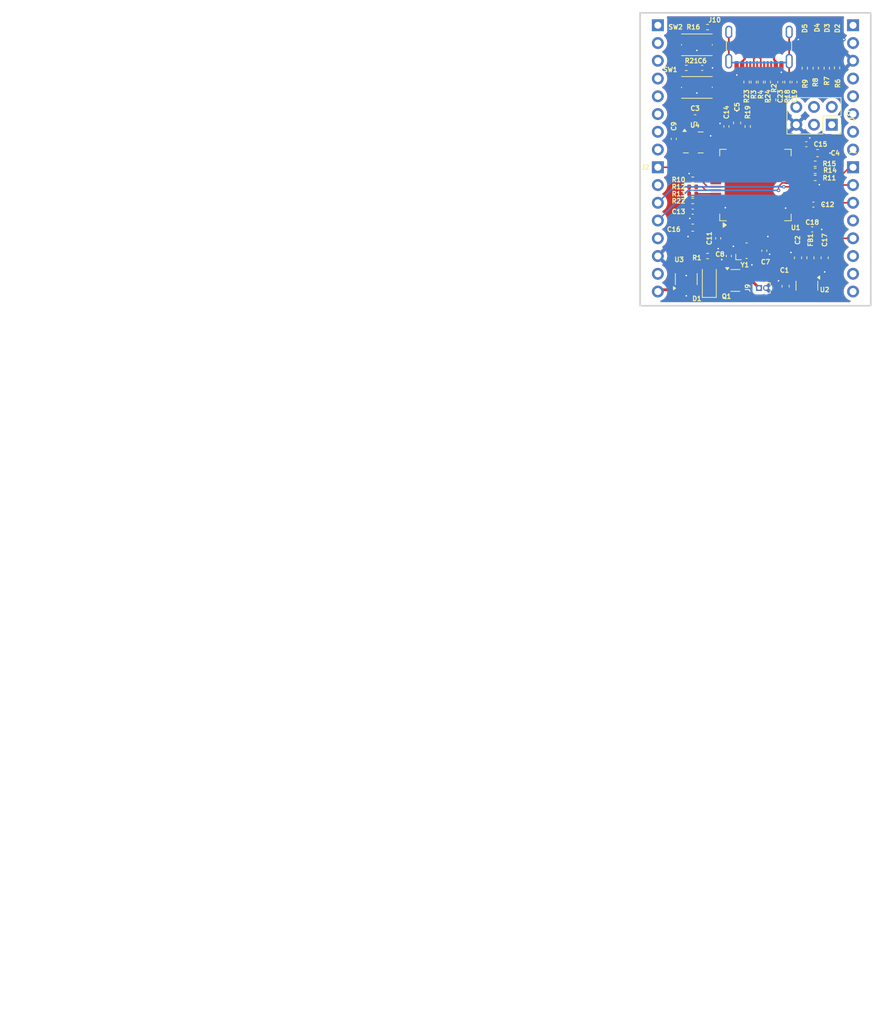
<source format=kicad_pcb>
(kicad_pcb (version 20241229) (generator "pcbnew") (generator_version "9.0")
  (layers (0 "F.Cu" signal) (2 "B.Cu" signal) (13 "F.Paste" user) (15 "B.Paste" user) (5 "F.SilkS" user "F.Silkscreen") (7 "B.SilkS" user "B.Silkscreen") (1 "F.Mask" user) (3 "B.Mask" user) (25 "Edge.Cuts" user))
  (net 0 "")
  (net 1 "/PB12-Y5")
  (net 2 "/PA9-VBUS")
  (net 3 "/PC13-X18")
  (net 4 "/PB14-Y7")
  (net 5 "Net-(U1-VCAP_1)")
  (net 6 "/PB1-Y12")
  (net 7 "/PB9-Y4")
  (net 8 "/PA7-X8")
  (net 9 "/PC3-X22")
  (net 10 "/PA0-X1")
  (net 11 "/PB3-SW-X17")
  (net 12 "/N1")
  (net 13 "/PB13-Y6")
  (net 14 "/PB5-MMA_AVDD")
  (net 15 "/PB7-SDA-X10")
  (net 16 "/PC11-SDIO_D3")
  (net 17 "/PC9-SDIO_D1")
  (net 18 "/PB11-Y10")
  (net 19 "Net-(U1-VCAP_2)")
  (net 20 "/PA1-X2")
  (net 21 "/PA4-X5")
  (net 22 "/PA3-X4")
  (net 23 "/N4")
  (net 24 "/PC4-X11")
  (net 25 "/PC6-Y1")
  (net 26 "/PB15-Y8")
  (net 27 "/PA8-SDIO_SW")
  (net 28 "/PA5-X6")
  (net 29 "/PA2-X3")
  (net 30 "/PA10-ID")
  (net 31 "/PC1-X20")
  (net 32 "/N3")
  (net 33 "/PB0-Y11")
  (net 34 "/VDDA")
  (net 35 "/PC8-SDIO_D0")
  (net 36 "/PC2-X21")
  (net 37 "/PB6-SCL-X9")
  (net 38 "/PA12-DP")
  (net 39 "/PC12-SDIO_CK")
  (net 40 "/PC5-X12")
  (net 41 "/PA6-X7")
  (net 42 "/PC0-X19")
  (net 43 "/RST-SW")
  (net 44 "/PB8-Y3")
  (net 45 "/PC10-SDIO_D2")
  (net 46 "/PA11-DM")
  (net 47 "/PC7-Y2")
  (net 48 "/PB10-Y9")
  (net 49 "GND")
  (net 50 "V+")
  (net 51 "+3V3")
  (net 52 "VBackup")
  (net 53 "/R")
  (net 54 "/G")
  (net 55 "/Y")
  (net 56 "VBUS")
  (net 57 "VBAT")
  (net 58 "/B")
  (net 59 "Net-(J10-SHIELD)")
  (net 61 "/USR-SW")
  (net 62 "/PB2-BOOT1-MMA-INT")
  (net 63 "/BOOT0")
  (net 65 "/CC1")
  (net 67 "/CC2")
  (net 68 "/D-")
  (net 69 "/D+")
  (net 72 "/PD2-SDIO_CMD")
  (net 79 "/PA13-SWDIO")
  (net 81 "/PA14-SWCLCK")
  (net 82 "/PA15-TDI")
  (net 83 "/PB4-TRST")
  (net 84 "/N2")
  (footprint "Package_TO_SOT_SMD:SOT-23" (layer "F.Cu") (at 140.6375 88.58)
    (property "Reference" "Q1")
    (property "Value" "DMP2160UW")
  )
  (footprint "LED_SMD:LED_0603_1608Metric" (layer "F.Cu") (at 150.622 54.904 -90)
    (property "Reference" "D5")
    (property "Value" "LED-BLUE" (hide yes))
  )
  (footprint "PyBoard FootprintLib:LQFN-12-3x3mm_P0.65mm" (layer "F.Cu") (at 134.62 68.834)
    (property "Reference" "U4")
    (property "Value" "FXLS8971CFR1")
  )
  (footprint "Resistor_SMD:R_0402_1005Metric" (layer "F.Cu") (at 134.533 74.168 180)
    (property "Reference" "R10")
    (property "Value" "100k")
  )
  (footprint "Capacitor_SMD:C_0402_1005Metric" (layer "F.Cu") (at 149.098 60.198 -90)
    (property "Reference" "C19")
    (property "Value" "4.7nF")
  )
  (footprint "Connector_USB:USB_C_Receptacle_GCT_USB4105-xx-A_16P_TopMnt_Horizontal" (layer "F.Cu") (at 144.018 54.102 180)
    (property "Reference" "J10")
    (property "Value" "USB4105-GF-A")
  )
  (footprint "Resistor_SMD:R_0402_1005Metric" (layer "F.Cu") (at 142.24 60.198 -90)
    (property "Reference" "R23")
    (property "Value" "5.1k")
  )
  (footprint "Capacitor_SMD:C_0603_1608Metric" (layer "F.Cu") (at 140.883 66.04 90)
    (property "Reference" "C5")
    (property "Value" "2u2")
  )
  (footprint "Resistor_SMD:R_0402_1005Metric" (layer "F.Cu") (at 142.407 66.548 -90)
    (property "Reference" "R19")
    (property "Value" "100k")
  )
  (footprint "Resistor_SMD:R_0402_1005Metric" (layer "F.Cu") (at 152.059 72.898 180)
    (property "Reference" "R14")
    (property "Value" "4k7")
  )
  (footprint "Inductor_SMD:L_0603_1608Metric" (layer "F.Cu") (at 151.384 85.344 90)
    (property "Reference" "FB1")
    (property "Value" "1k")
  )
  (footprint "Resistor_SMD:R_0402_1005Metric" (layer "F.Cu") (at 152.059 73.914)
    (property "Reference" "R11")
    (property "Value" "100k")
  )
  (footprint "Capacitor_SMD:C_0402_1005Metric" (layer "F.Cu") (at 131.826 68.326 -90)
    (property "Reference" "C9")
    (property "Value" "100n")
  )
  (footprint "Resistor_SMD:R_0402_1005Metric" (layer "F.Cu") (at 153.7208 58.206 90)
    (property "Reference" "R7")
    (property "Value" "560R")
  )
  (footprint "Resistor_SMD:R_0402_1005Metric" (layer "F.Cu") (at 152.146 58.206 90)
    (property "Reference" "R8")
    (property "Value" "560R")
  )
  (footprint "Connector_PinHeader_1.00mm:PinHeader_1x02_P1.00mm_Vertical" (layer "F.Cu") (at 144.018 89.662 90)
    (property "Reference" "J9")
    (property "Value" "Conn_01x02")
  )
  (footprint "Capacitor_SMD:C_0603_1608Metric" (layer "F.Cu") (at 147.828 89.408 90)
    (property "Reference" "C1")
    (property "Value" "2u2")
  )
  (footprint "Connector_PinHeader_2.54mm:PinHeader_1x08_P2.54mm_Vertical" (layer "F.Cu") (at 129.54 72.39)
    (property "Reference" "J2")
    (property "Value" "Conn_01x08")
  )
  (footprint "LED_SMD:LED_0603_1608Metric" (layer "F.Cu") (at 155.194 54.8532 -90)
    (property "Reference" "D2")
    (property "Value" "LED-RED" (hide yes))
  )
  (footprint "Resistor_SMD:R_0402_1005Metric" (layer "F.Cu") (at 152.059 71.882 180)
    (property "Reference" "R15")
    (property "Value" "4k7")
  )
  (footprint "Capacitor_SMD:C_0603_1608Metric" (layer "F.Cu") (at 152.4 70.358)
    (property "Reference" "C4")
    (property "Value" "2u2")
  )
  (footprint "Resistor_SMD:R_0402_1005Metric" (layer "F.Cu") (at 150.5712 58.206 90)
    (property "Reference" "R9")
    (property "Value" "220R")
  )
  (footprint "Resistor_SMD:R_0402_1005Metric" (layer "F.Cu") (at 136.652 52.324)
    (property "Reference" "R16")
    (property "Value" "4k7")
  )
  (footprint "Resistor_SMD:R_0402_1005Metric" (layer "F.Cu") (at 143.256 60.198 90)
    (property "Reference" "R3")
    (property "Value" "22R")
  )
  (footprint "Capacitor_SMD:C_0402_1005Metric" (layer "F.Cu") (at 150.789 69.088)
    (property "Reference" "C15")
    (property "Value" "100n")
  )
  (footprint "Diode_SMD:D_SOD-123" (layer "F.Cu") (at 136.906 88.646 90)
    (property "Reference" "D1")
    (property "Value" "MSE1PB-M3/89A")
  )
  (footprint "Crystal:Crystal_SMD_Abracon_ABM10-4Pin_2.5x2.0mm" (layer "F.Cu") (at 142.24 84.328 90)
    (property "Reference" "Y1")
    (property "Value" "12 MHz")
  )
  (footprint "Capacitor_SMD:C_0603_1608Metric" (layer "F.Cu") (at 149.606 85.344 90)
    (property "Reference" "C2")
    (property "Value" "4u7")
  )
  (footprint "Connector_PinSocket_2.54mm:PinSocket_2x03_P2.54mm_Vertical" (layer "F.Cu") (at 154.432 66.294 -90)
    (property "Reference" "J8")
    (property "Value" "Conn_02x03_Odd_Even")
  )
  (footprint "Capacitor_SMD:C_0402_1005Metric" (layer "F.Cu") (at 139.7 85.09 -90)
    (property "Reference" "C8")
    (property "Value" "12p")
  )
  (footprint "Resistor_SMD:R_0402_1005Metric" (layer "F.Cu") (at 134.533 76.2)
    (property "Reference" "R13")
    (property "Value" "4k7")
  )
  (footprint "LED_SMD:LED_0603_1608Metric" (layer "F.Cu") (at 153.7088 54.864 -90)
    (property "Reference" "D3")
    (property "Value" "LED-GREEN" (hide yes))
  )
  (footprint "Capacitor_SMD:C_0402_1005Metric" (layer "F.Cu") (at 151.805 77.724)
    (property "Reference" "C12")
    (property "Value" "100n")
  )
  (footprint "Button_Switch_SMD:SW_Push_1P1T_NO_CK_KMR2" (layer "F.Cu") (at 135.128 60.96)
    (property "Reference" "SW1")
    (property "Value" "SW_MEC_5E")
  )
  (footprint "Capacitor_SMD:C_0402_1005Metric" (layer "F.Cu") (at 135.89 58.166)
    (property "Reference" "C6")
    (property "Value" "100n")
  )
  (footprint "Capacitor_SMD:C_0603_1608Metric" (layer "F.Cu") (at 134.533 81.026 180)
    (property "Reference" "C16")
    (property "Value" "4.7u")
  )
  (footprint "Capacitor_SMD:C_0402_1005Metric" (layer "F.Cu") (at 147.066 60.198 90)
    (property "Reference" "C23")
    (property "Value" "100nF")
  )
  (footprint "Resistor_SMD:R_0402_1005Metric" (layer "F.Cu") (at 133.604 58.166)
    (property "Reference" "R21")
    (property "Value" "4k7")
  )
  (footprint "Capacitor_SMD:C_0402_1005Metric" (layer "F.Cu") (at 144.78 84.328 -90)
    (property "Reference" "C7")
    (property "Value" "12p")
  )
  (footprint "Connector_PinHeader_2.54mm:PinHeader_1x08_P2.54mm_Vertical" (layer "F.Cu") (at 157.48 52.07)
    (property "Reference" "J7" (hide yes))
    (property "Value" "Conn_01x08" (hide yes))
  )
  (footprint "Resistor_SMD:R_0402_1005Metric" (layer "F.Cu") (at 136.652 85.09 180)
    (property "Reference" "R1")
    (property "Value" "100k")
  )
  (footprint "Package_QFP:LQFP-64_10x10mm_P0.5mm" (layer "F.Cu") (at 143.51 74.93 90)
    (property "Reference" "U1")
    (property "Value" "STM32F405RGT6")
  )
  (footprint "Resistor_SMD:R_0402_1005Metric" (layer "F.Cu") (at 134.533 77.216 180)
    (property "Reference" "R22")
    (property "Value" "10k")
  )
  (footprint "Resistor_SMD:R_0402_1005Metric" (layer "F.Cu") (at 148.082 60.198 90)
    (property "Reference" "R18")
    (property "Value" "1M")
  )
  (footprint "Capacitor_SMD:C_0603_1608Metric" (layer "F.Cu") (at 134.872 65.39)
    (property "Reference" "C3")
    (property "Value" "2u2")
  )
  (footprint "Capacitor_SMD:C_0603_1608Metric" (layer "F.Cu") (at 153.416 85.344 -90)
    (property "Reference" "C17")
    (property "Value" "4.7u")
  )
  (footprint "Resistor_SMD:R_0402_1005Metric" (layer "F.Cu") (at 145.288 60.198 -90)
    (property "Reference" "R24")
    (property "Value" "5.1k")
  )
  (footprint "Connector_PinHeader_2.54mm:PinHeader_1x08_P2.54mm_Vertical" (layer "F.Cu") (at 157.48 72.39)
    (property "Reference" "J1")
    (property "Value" "Conn_01x08")
  )
  (footprint "Package_TO_SOT_SMD:SOT-23-5" (layer "F.Cu") (at 133.604 88.392 90)
    (property "Reference" "U3")
    (property "Value" "MIC2005A-1YM5")
  )
  (footprint "Resistor_SMD:R_0402_1005Metric" (layer "F.Cu") (at 134.533 75.184)
    (property "Reference" "R12")
    (property "Value" "4k7")
  )
  (footprint "Package_TO_SOT_SMD:SOT-23" (layer "F.Cu") (at 150.876 89.3295 -90)
    (property "Reference" "U2")
    (property "Value" "MCP1700T")
  )
  (footprint "LED_SMD:LED_0603_1608Metric" (layer "F.Cu") (at 152.146 54.864 -90)
    (property "Reference" "D4")
    (property "Value" "LED-YELLOW" (hide yes))
  )
  (footprint "Button_Switch_SMD:SW_Push_1P1T_NO_CK_KMR2" (layer "F.Cu") (at 135.128 54.864)
    (property "Reference" "SW2")
    (property "Value" "SW_MEC_5E")
  )
  (footprint "Resistor_SMD:R_0402_1005Metric" (layer "F.Cu") (at 146.05 62.738 90)
    (property "Reference" "R2")
    (property "Value" "560R")
  )
  (footprint "Capacitor_SMD:C_0402_1005Metric" (layer "F.Cu") (at 134.533 78.74 180)
    (property "Reference" "C13")
    (property "Value" "100n")
  )
  (footprint "Capacitor_SMD:C_0402_1005Metric" (layer "F.Cu") (at 151.638 81.28)
    (property "Reference" "C18")
    (property "Value" "100n")
  )
  (footprint "Connector_PinHeader_2.54mm:PinHeader_1x08_P2.54mm_Vertical" (layer "F.Cu") (at 129.54 52.07)
    (property "Reference" "J6" (hide yes))
    (property "Value" "Conn_01x08" (hide yes))
  )
  (footprint "Resistor_SMD:R_0402_1005Metric" (layer "F.Cu") (at 155.194 58.164 90)
    (property "Reference" "R6")
    (property "Value" "560R")
  )
  (footprint "Capacitor_SMD:C_0402_1005Metric" (layer "F.Cu") (at 138.176 82.55 -90)
    (property "Reference" "C11")
    (property "Value" "100n")
  )
  (footprint "Resistor_SMD:R_0402_1005Metric" (layer "F.Cu") (at 144.272 60.198 90)
    (property "Reference" "R4")
    (property "Value" "22R")
  )
  (footprint "Capacitor_SMD:C_0402_1005Metric" (layer "F.Cu") (at 139.359 66.548 90)
    (property "Reference" "C14")
    (property "Value" "100n")
  )
  (gr_rect (start 127 50.292) (end 160.02 92.202) (stroke (width 0.23)) (fill no) (layer "Edge.Cuts"))
  (segment (start 151.625 70.358) (end 151.625 70.625) (width 0.22) (layer "F.Cu") (net 5))
  (segment (start 150.57 71.68) (end 149.185 71.68) (width 0.22) (layer "F.Cu") (net 5))
  (segment (start 151.625 70.625) (end 150.57 71.68) (width 0.22) (layer "F.Cu") (net 5))
  (segment (start 149.185 75.68) (end 153.682 75.68) (width 0.22) (layer "F.Cu") (net 8))
  (segment (start 156.972 72.39) (end 157.48 72.39) (width 0.22) (layer "F.Cu") (net 8))
  (segment (start 153.682 75.68) (end 156.972 72.39) (width 0.22) (layer "F.Cu") (net 8))
  (segment (start 137.835 75.18) (end 136.648 75.18) (width 0.22) (layer "F.Cu") (net 14))
  (segment (start 135.636 74.168) (end 135.043 74.168) (width 0.22) (layer "F.Cu") (net 14))
  (segment (start 136.648 75.18) (end 135.636 74.168) (width 0.22) (layer "F.Cu") (net 14))
  (segment (start 137.835 76.18) (end 135.063 76.18) (width 0.22) (layer "F.Cu") (net 15))
  (segment (start 135.063 76.18) (end 135.043 76.2) (width 0.22) (layer "F.Cu") (net 15))
  (segment (start 151.194315 71.882) (end 150.896315 72.18) (width 0.22) (layer "F.Cu") (net 18))
  (segment (start 151.549 71.882) (end 151.194315 71.882) (width 0.22) (layer "F.Cu") (net 18))
  (segment (start 150.896315 72.18) (end 149.185 72.18) (width 0.22) (layer "F.Cu") (net 18))
  (segment (start 140.26 67.438) (end 140.883 66.815) (width 0.22) (layer "F.Cu") (net 19))
  (segment (start 140.26 69.255) (end 140.26 67.438) (width 0.22) (layer "F.Cu") (net 19))
  (segment (start 154.178 81.534) (end 155.194 82.55) (width 0.22) (layer "F.Cu") (net 22))
  (segment (start 154.178 79.502) (end 154.178 81.534) (width 0.22) (layer "F.Cu") (net 22))
  (segment (start 153.356 78.68) (end 154.178 79.502) (width 0.22) (layer "F.Cu") (net 22))
  (segment (start 149.185 78.68) (end 153.356 78.68) (width 0.22) (layer "F.Cu") (net 22))
  (segment (start 155.194 82.55) (end 157.48 82.55) (width 0.22) (layer "F.Cu") (net 22))
  (segment (start 144.272 82.296) (end 144.78 82.804) (width 0.22) (layer "F.Cu") (net 23))
  (segment (start 143.21 83.848) (end 143.065 83.703) (width 0.22) (layer "F.Cu") (net 23))
  (segment (start 144.78 82.804) (end 144.78 83.848) (width 0.22) (layer "F.Cu") (net 23))
  (segment (start 142.26 80.605) (end 142.26 82.062) (width 0.22) (layer "F.Cu") (net 23))
  (segment (start 142.26 82.062) (end 142.494 82.296) (width 0.22) (layer "F.Cu") (net 23))
  (segment (start 142.494 82.296) (end 144.272 82.296) (width 0.22) (layer "F.Cu") (net 23))
  (segment (start 144.78 83.848) (end 143.21 83.848) (width 0.22) (layer "F.Cu") (net 23))
  (segment (start 147.574 75.18) (end 149.185 75.18) (width 0.22) (layer "F.Cu") (net 24))
  (via (at 147.574 75.18) (size 0.5) (drill 0.22) (layers "F.Cu" "B.Cu") (net 24))
  (segment (start 147.574 75.18) (end 147.093374 75.18) (width 0.22) (layer "B.Cu") (net 24))
  (segment (start 146.579626 75.131) (end 146.530626 75.18) (width 0.22) (layer "B.Cu") (net 24))
  (segment (start 146.530626 75.18) (end 146.002 75.18) (width 0.22) (layer "B.Cu") (net 24))
  (segment (start 131.826 75.184) (end 129.54 77.47) (width 0.22) (layer "B.Cu") (net 24))
  (segment (start 147.093374 75.18) (end 147.044374 75.131) (width 0.22) (layer "B.Cu") (net 24))
  (segment (start 147.044374 75.131) (end 146.579626 75.131) (width 0.22) (layer "B.Cu") (net 24))
  (segment (start 145.998 75.184) (end 131.826 75.184) (width 0.22) (layer "B.Cu") (net 24))
  (segment (start 146.002 75.18) (end 145.998 75.184) (width 0.22) (layer "B.Cu") (net 24))
  (segment (start 149.185 76.68) (end 154.404 76.68) (width 0.22) (layer "F.Cu") (net 28))
  (segment (start 155.194 77.47) (end 157.48 77.47) (width 0.22) (layer "F.Cu") (net 28))
  (segment (start 154.404 76.68) (end 155.194 77.47) (width 0.22) (layer "F.Cu") (net 28))
  (segment (start 142.26 69.255) (end 142.26 67.205) (width 0.22) (layer "F.Cu") (net 30))
  (segment (start 142.26 67.205) (end 142.407 67.058) (width 0.22) (layer "F.Cu") (net 30))
  (segment (start 139.954 82.55) (end 141.224 82.55) (width 0.22) (layer "F.Cu") (net 32))
  (segment (start 141.415 84.953) (end 141.164546 84.702546) (width 0.22) (layer "F.Cu") (net 32))
  (segment (start 139.7 84.61) (end 139.7 82.804) (width 0.22) (layer "F.Cu") (net 32))
  (segment (start 141.164546 84.702546) (end 139.792546 84.702546) (width 0.22) (layer "F.Cu") (net 32))
  (segment (start 141.224 82.55) (end 141.76 82.014) (width 0.22) (layer "F.Cu") (net 32))
  (segment (start 139.792546 84.702546) (end 139.7 84.61) (width 0.22) (layer "F.Cu") (net 32))
  (segment (start 141.76 82.014) (end 141.76 80.605) (width 0.22) (layer "F.Cu") (net 32))
  (segment (start 139.7 82.804) (end 139.954 82.55) (width 0.22) (layer "F.Cu") (net 32))
  (segment (start 147.828 79.248) (end 146.05 79.248) (width 0.22) (layer "F.Cu") (net 34))
  (segment (start 153.4035 84.5565) (end 153.416 84.569) (width 0.22) (layer "F.Cu") (net 34))
  (segment (start 151.384 84.5565) (end 151.384 81.506) (width 0.22) (layer "F.Cu") (net 34))
  (segment (start 151.158 81.28) (end 149.86 81.28) (width 0.22) (layer "F.Cu") (net 34))
  (segment (start 146.05 79.248) (end 145.76 79.538) (width 0.22) (layer "F.Cu") (net 34))
  (segment (start 145.76 79.538) (end 145.76 80.605) (width 0.22) (layer "F.Cu") (net 34))
  (segment (start 151.384 81.506) (end 151.158 81.28) (width 0.22) (layer "F.Cu") (net 34))
  (segment (start 149.86 81.28) (end 147.828 79.248) (width 0.22) (layer "F.Cu") (net 34))
  (segment (start 151.384 84.5565) (end 153.4035 84.5565) (width 0.22) (layer "F.Cu") (net 34))
  (segment (start 136.386 75.68) (end 135.89 75.184) (width 0.22) (layer "F.Cu") (net 37))
  (segment (start 134.295 70.334) (end 134.295 71.699) (width 0.22) (layer "F.Cu") (net 37))
  (segment (start 135.89 75.184) (end 135.043 75.184) (width 0.22) (layer "F.Cu") (net 37))
  (segment (start 133.604 72.39) (end 129.54 72.39) (width 0.22) (layer "F.Cu") (net 37))
  (segment (start 134.295 71.699) (end 133.604 72.39) (width 0.22) (layer "F.Cu") (net 37))
  (segment (start 137.835 75.68) (end 136.386 75.68) (width 0.22) (layer "F.Cu") (net 37))
  (segment (start 149.185 74.68) (end 147.867374 74.68) (width 0.22) (layer "F.Cu") (net 40))
  (segment (start 146.812 75.148626) (end 146.812 75.692) (width 0.22) (layer "F.Cu") (net 40))
  (segment (start 147.806374 74.619) (end 147.341626 74.619) (width 0.22) (layer "F.Cu") (net 40))
  (segment (start 147.341626 74.619) (end 146.812 75.148626) (width 0.22) (layer "F.Cu") (net 40))
  (segment (start 147.867374 74.68) (end 147.806374 74.619) (width 0.22) (layer "F.Cu") (net 40))
  (via (at 146.812 75.692) (size 0.5) (drill 0.22) (layers "F.Cu" "B.Cu") (net 40))
  (segment (start 129.54 80.01) (end 133.858 75.692) (width 0.22) (layer "B.Cu") (net 40))
  (segment (start 133.858 75.692) (end 146.812 75.692) (width 0.22) (layer "B.Cu") (net 40))
  (segment (start 155.448 74.93) (end 157.48 74.93) (width 0.22) (layer "F.Cu") (net 41))
  (segment (start 154.198 76.18) (end 155.448 74.93) (width 0.22) (layer "F.Cu") (net 41))
  (segment (start 149.185 76.18) (end 154.198 76.18) (width 0.22) (layer "F.Cu") (net 41))
  (segment (start 133.094 60.144) (end 133.078 60.16) (width 0.22) (layer "F.Cu") (net 43))
  (segment (start 133.094 58.166) (end 133.094 60.144) (width 0.22) (layer "F.Cu") (net 43))
  (segment (start 135.382 60.16) (end 137.178 60.16) (width 0.22) (layer "F.Cu") (net 43))
  (segment (start 133.078 60.16) (end 135.382 60.16) (width 0.22) (layer "F.Cu") (net 43))
  (segment (start 135.41 60.132) (end 135.382 60.16) (width 0.22) (layer "F.Cu") (net 43))
  (segment (start 135.41 58.166) (end 135.41 60.132) (width 0.22) (layer "F.Cu") (net 43))
  (segment (start 150.948388 72.68) (end 151.166388 72.898) (width 0.22) (layer "F.Cu") (net 48))
  (segment (start 149.185 72.68) (end 150.948388 72.68) (width 0.22) (layer "F.Cu") (net 48))
  (segment (start 151.166388 72.898) (end 151.549 72.898) (width 0.22) (layer "F.Cu") (net 48))
  (segment (start 133.604 90.77476) (end 133.61162 90.78238) (width 0.22) (layer "F.Cu") (net 49))
  (segment (start 133.078 55.664) (end 135.128 55.664) (width 0.22) (layer "F.Cu") (net 49))
  (segment (start 149.606 84.582) (end 148.59 84.582) (width 0.22) (layer "F.Cu") (net 49))
  (segment (start 147.212935 57.820439) (end 147.212935 58.788999) (width 0.22) (layer "F.Cu") (net 49))
  (segment (start 153.416 86.106) (end 153.416 87.363) (width 0.22) (layer "F.Cu") (net 49))
  (segment (start 152.654 73.914) (end 152.654 74.88256) (width 0.22) (layer "F.Cu") (net 49))
  (segment (start 140.848544 65.306052) (end 140.848544 64.337492) (width 0.22) (layer "F.Cu") (net 49))
  (segment (start 136.131528 67.895938) (end 137.100088 67.895938) (width 0.22) (layer "F.Cu") (net 49))
  (segment (start 138.176 83.058) (end 138.176 84.02656) (width 0.22) (layer "F.Cu") (net 49))
  (segment (start 137.84486 78.17014) (end 139.207072 78.17014) (width 0.22) (layer "F.Cu") (net 49))
  (segment (start 136.398 58.166) (end 137.36656 58.166) (width 0.22) (layer "F.Cu") (net 49))
  (segment (start 153.7088 54.0765) (end 152.146 54.0765) (width 0.22) (layer "F.Cu") (net 49))
  (segment (start 139.41388 66.119742) (end 138.44532 66.119742) (width 0.22) (layer "F.Cu") (net 49))
  (segment (start 149.240752 78.182534) (end 147.877466 78.182534) (width 0.22) (layer "F.Cu") (net 49))
  (segment (start 133.604 89.408) (end 133.604 87.884) (width 0.25) (layer "F.Cu") (net 49))
  (segment (start 155.194 54.0657) (end 153.7196 54.0657) (width 0.22) (layer "F.Cu") (net 49))
  (segment (start 139.7 85.598) (end 138.684 85.598) (width 0.22) (layer "F.Cu") (net 49))
  (segment (start 140.849235 57.763337) (end 140.849235 59.182) (width 0.22) (layer "F.Cu") (net 49))
  (segment (start 145.272138 80.625857) (end 145.272138 82.280138) (width 0.22) (layer "F.Cu") (net 49))
  (segment (start 153.162 70.358) (end 154.178 70.358) (width 0.22) (layer "F.Cu") (net 49))
  (segment (start 135.128 55.664) (end 137.178 55.664) (width 0.22) (layer "F.Cu") (net 49))
  (segment (start 147.877466 78.182534) (end 147.828 78.232) (width 0.22) (layer "F.Cu") (net 49))
  (segment (start 150.622 54.1165) (end 152.106 54.1165) (width 0.22) (layer "F.Cu") (net 49))
  (segment (start 152.146 81.28) (end 152.99956 81.28) (width 0.22) (layer "F.Cu") (net 49))
  (segment (start 150.622 54.102) (end 149.65344 54.102) (width 0.22) (layer "F.Cu") (net 49))
  (segment (start 137.835 78.18) (end 137.84486 78.17014) (width 0.22) (layer "F.Cu") (net 49))
  (segment (start 155.194 54.102) (end 156.16256 54.102) (width 0.22) (layer "F.Cu") (net 49))
  (segment (start 134.112 78.74) (end 134.112 79.70856) (width 0.22) (layer "F.Cu") (net 49))
  (segment (start 133.078 61.76) (end 135.128 61.76) (width 0.22) (layer "F.Cu") (net 49))
  (segment (start 133.858 81.026) (end 133.858 82.296) (width 0.22) (layer "F.Cu") (net 49))
  (segment (start 134.023 74.079) (end 134.112 74.168) (width 0.22) (layer "F.Cu") (net 49))
  (segment (start 145.272138 82.280138) (end 145.288 82.296) (width 0.22) (layer "F.Cu") (net 49))
  (segment (start 153.7196 54.0657) (end 153.7088 54.0765) (width 0.22) (layer "F.Cu") (net 49))
  (segment (start 134.023 73.28844) (end 134.023 74.079) (width 0.22) (layer "F.Cu") (net 49))
  (segment (start 134.112 77.216) (end 133.14344 77.216) (width 0.22) (layer "F.Cu") (net 49))
  (segment (start 151.283574 69.156653) (end 151.283574 68.188093) (width 0.22) (layer "F.Cu") (net 49))
  (segment (start 135.128 61.76) (end 137.178 61.76) (width 0.22) (layer "F.Cu") (net 49))
  (segment (start 147.828 88.633) (end 146.812 88.633) (width 0.22) (layer "F.Cu") (net 49))
  (segment (start 144.78 84.836) (end 145.542 84.836) (width 0.22) (layer "F.Cu") (net 49))
  (segment (start 141.363797 83.69866) (end 140.347797 83.69866) (width 0.22) (layer "F.Cu") (net 49))
  (segment (start 143.002 84.836) (end 143.002 86.36) (width 0.22) (layer "F.Cu") (net 49))
  (segment (start 152.106 54.1165) (end 152.146 54.0765) (width 0.22) (layer "F.Cu") (net 49))
  (segment (start 133.604 89.408) (end 133.604 90.77476) (width 0.22) (layer "F.Cu") (net 49))
  (segment (start 152.285 77.724) (end 153.25356 77.724) (width 0.22) (layer "F.Cu") (net 49))
  (via (at 140.849235 59.182) (size 0.5) (drill 0.22) (layers "F.Cu" "B.Cu") (net 49))
  (via (at 147.828 78.232) (size 0.5) (drill 0.22) (layers "F.Cu" "B.Cu") (net 49))
  (via (at 152.654 74.88256) (size 0.5) (drill 0.22) (layers "F.Cu" "B.Cu") (net 49))
  (via (at 143.002 86.36) (size 0.5) (drill 0.22) (layers "F.Cu" "B.Cu") (net 49))
  (via (at 152.99956 81.28) (size 0.5) (drill 0.22) (layers "F.Cu" "B.Cu") (net 49))
  (via (at 138.176 84.02656) (size 0.5) (drill 0.22) (layers "F.Cu" "B.Cu") (net 49))
  (via (at 151.283574 68.188093) (size 0.5) (drill 0.22) (layers "F.Cu" "B.Cu") (net 49))
  (via (at 137.36656 58.166) (size 0.5) (drill 0.22) (layers "F.Cu" "B.Cu") (net 49))
  (via (at 156.16256 54.102) (size 0.5) (drill 0.22) (layers "F.Cu" "B.Cu") (net 49))
  (via (at 149.65344 54.102) (size 0.5) (drill 0.22) (layers "F.Cu" "B.Cu") (net 49))
  (via (at 133.604 87.884) (size 0.5) (drill 0.22) (layers "F.Cu" "B.Cu") (net 49))
  (via (at 148.59 84.582) (size 0.5) (drill 0.22) (layers "F.Cu" "B.Cu") (net 49))
  (via (at 147.212935 58.788999) (size 0.5) (drill 0.22) (layers "F.Cu" "B.Cu") (net 49))
  (via (at 137.100088 67.895938) (size 0.5) (drill 0.22) (layers "F.Cu" "B.Cu") (net 49))
  (via (at 153.416 87.363) (size 0.5) (drill 0.22) (layers "F.Cu" "B.Cu") (net 49))
  (via (at 145.288 82.296) (size 0.5) (drill 0.22) (layers "F.Cu" "B.Cu") (net 49))
  (via (at 133.14344 77.216) (size 0.5) (drill 0.22) (layers "F.Cu" "B.Cu") (net 49))
  (via (at 133.61162 90.78238) (size 0.5) (drill 0.22) (layers "F.Cu" "B.Cu") (net 49))
  (via (at 140.347797 83.69866) (size 0.5) (drill 0.22) (layers "F.Cu" "B.Cu") (net 49))
  (via (at 140.848544 64.337492) (size 0.5) (drill 0.22) (layers "F.Cu" "B.Cu") (net 49))
  (via (at 134.112 79.70856) (size 0.5) (drill 0.22) (layers "F.Cu" "B.Cu") (net 49))
  (via (at 134.023 73.28844) (size 0.5) (drill 0.22) (layers "F.Cu" "B.Cu") (net 49))
  (via (at 139.207072 78.17014) (size 0.5) (drill 0.22) (layers "F.Cu" "B.Cu") (net 49))
  (via (at 135.128 55.664) (size 0.5) (drill 0.22) (layers "F.Cu" "B.Cu") (net 49))
  (via (at 145.542 84.836) (size 0.5) (drill 0.22) (layers "F.Cu" "B.Cu") (net 49))
  (via (at 135.128 61.76) (size 0.5) (drill 0.22) (layers "F.Cu" "B.Cu") (net 49))
  (via (at 133.858 82.296) (size 0.5) (drill 0.22) (layers "F.Cu" "B.Cu") (net 49))
  (via (at 154.178 70.358) (size 0.5) (drill 0.22) (layers "F.Cu" "B.Cu") (net 49))
  (via (at 138.684 85.598) (size 0.5) (drill 0.22) (layers "F.Cu" "B.Cu") (net 49))
  (via (at 138.44532 66.119742) (size 0.5) (drill 0.22) (layers "F.Cu" "B.Cu") (net 49))
  (via (at 146.812 88.633) (size 0.5) (drill 0.22) (layers "F.Cu" "B.Cu") (net 49))
  (via (at 153.25356 77.724) (size 0.5) (drill 0.22) (layers "F.Cu" "B.Cu") (net 49))
  (segment (start 136.652 91.44) (end 136.906 91.186) (width 0.4) (layer "F.Cu") (net 50))
  (segment (start 136.906 91.186) (end 136.906 90.296) (width 0.4) (layer "F.Cu") (net 50))
  (segment (start 132.4 89.916) (end 129.794 89.916) (width 0.4) (layer "F.Cu") (net 50))
  (segment (start 132.654 90.17) (end 132.4 89.916) (width 0.4) (layer "F.Cu") (net 50))
  (segment (start 143.256 91.44) (end 146.571 91.44) (width 0.4) (layer "F.Cu") (net 50))
  (segment (start 132.969 91.44) (end 136.652 91.44) (width 0.4) (layer "F.Cu") (net 50))
  (segment (start 147.828 90.183) (end 150.792 90.183) (width 0.4) (layer "F.Cu") (net 50))
  (segment (start 146.571 91.44) (end 147.828 90.183) (width 0.4) (layer "F.Cu") (net 50))
  (segment (start 150.792 90.183) (end 150.876 90.267) (width 0.4) (layer "F.Cu") (net 50))
  (segment (start 132.654 91.125) (end 132.969 91.44) (width 0.4) (layer "F.Cu") (net 50))
  (segment (start 137.672 89.53) (end 136.906 90.296) (width 0.4) (layer "F.Cu") (net 50))
  (segment (start 139.7 89.53) (end 141.346 89.53) (width 0.4) (layer "F.Cu") (net 50))
  (segment (start 139.7 89.53) (end 137.672 89.53) (width 0.4) (layer "F.Cu") (net 50))
  (segment (start 129.794 89.916) (end 129.54 90.17) (width 0.4) (layer "F.Cu") (net 50))
  (segment (start 141.346 89.53) (end 143.256 91.44) (width 0.4) (layer "F.Cu") (net 50))
  (segment (start 132.654 89.5295) (end 132.654 91.125) (width 0.4) (layer "F.Cu") (net 50))
  (segment (start 139.359 67.028) (end 139.359 67.731) (width 0.22) (layer "F.Cu") (net 51))
  (segment (start 135.308 79.174) (end 135.308 81.026) (width 0.22) (layer "F.Cu") (net 51))
  (segment (start 151.281 77.68) (end 149.185 77.68) (width 0.22) (layer "F.Cu") (net 51))
  (segment (start 149.606 86.119) (end 151.3715 86.119) (width 0.22) (layer "F.Cu") (net 51))
  (segment (start 149.926 86.439) (end 149.606 86.119) (width 0.22) (layer "F.Cu") (net 51))
  (segment (start 135.013 78.879) (end 135.308 79.174) (width 0.22) (layer "F.Cu") (net 51))
  (segment (start 150.054 71.18) (end 150.309 70.925) (width 0.22) (layer "F.Cu") (net 51))
  (segment (start 135.073 78.68) (end 135.013 78.74) (width 0.22) (layer "F.Cu") (net 51))
  (segment (start 149.185 71.18) (end 150.054 71.18) (width 0.22) (layer "F.Cu") (net 51))
  (segment (start 139.76 68.132) (end 139.76 69.255) (width 0.22) (layer "F.Cu") (net 51))
  (segment (start 151.325 77.724) (end 151.281 77.68) (width 0.22) (layer "F.Cu") (net 51))
  (segment (start 131.839 67.859) (end 131.826 67.846) (width 0.22) (layer "F.Cu") (net 51))
  (segment (start 133.12 67.859) (end 131.839 67.859) (width 0.22) (layer "F.Cu") (net 51))
  (segment (start 149.926 88.392) (end 149.926 86.439) (width 0.22) (layer "F.Cu") (net 51))
  (segment (start 151.3715 86.119) (end 151.384 86.1315) (width 0.22) (layer "F.Cu") (net 51))
  (segment (start 150.309 70.925) (end 150.309 69.088) (width 0.22) (layer "F.Cu") (net 51))
  (segment (start 137.835 78.68) (end 135.073 78.68) (width 0.22) (layer "F.Cu") (net 51))
  (segment (start 135.013 78.74) (end 135.013 78.879) (width 0.22) (layer "F.Cu") (net 51))
  (segment (start 139.359 67.731) (end 139.76 68.132) (width 0.22) (layer "F.Cu") (net 51))
  (segment (start 134.023 76.2) (end 134.023 75.184) (width 0.22) (layer "F.Cu") (net 51))
  (segment (start 139.418 82.07) (end 139.76 81.728) (width 0.22) (layer "F.Cu") (net 52))
  (segment (start 139.76 81.728) (end 139.76 80.605) (width 0.22) (layer "F.Cu") (net 52))
  (segment (start 138.176 82.07) (end 139.418 82.07) (width 0.22) (layer "F.Cu") (net 52))
  (segment (start 155.194 57.654) (end 155.194 55.6407) (width 0.22) (layer "F.Cu") (net 53))
  (segment (start 153.7208 57.696) (end 153.7208 55.6635) (width 0.22) (layer "F.Cu") (net 54))
  (segment (start 153.7208 55.6635) (end 153.7088 55.6515) (width 0.22) (layer "F.Cu") (net 54))
  (segment (start 152.146 57.696) (end 152.146 55.6515) (width 0.22) (layer "F.Cu") (net 55))
  (segment (start 139.7 87.63) (end 137.54 87.63) (width 0.4) (layer "F.Cu") (net 56))
  (segment (start 137.54 87.63) (end 136.906 86.996) (width 0.4) (layer "F.Cu") (net 56))
  (segment (start 146.418 57.243719) (end 146.418 57.782) (width 0.3) (layer "F.Cu") (net 56))
  (segment (start 137.162 86.74) (end 136.906 86.996) (width 0.4) (layer "F.Cu") (net 56))
  (segment (start 146.182 56.266) (end 146.182 57.007719) (width 0.3) (layer "F.Cu") (net 56))
  (segment (start 137.162 85.09) (end 137.162 86.106) (width 0.4) (layer "F.Cu") (net 56))
  (segment (start 142.24 55.88) (end 145.796 55.88) (width 0.3) (layer "F.Cu") (net 56))
  (segment (start 133.096 86.106) (end 137.162 86.106) (width 0.4) (layer "F.Cu") (net 56))
  (segment (start 141.986 56.875719) (end 141.986 56.134) (width 0.3) (layer "F.Cu") (net 56))
  (segment (start 132.654 86.548) (end 133.096 86.106) (width 0.4) (layer "F.Cu") (net 56))
  (segment (start 146.418 58.814) (end 146.418 57.782) (width 0.35) (layer "F.Cu") (net 56))
  (segment (start 141.618 57.782) (end 141.618 57.243719) (width 0.3) (layer "F.Cu") (net 56))
  (segment (start 141.986 56.134) (end 142.24 55.88) (width 0.3) (layer "F.Cu") (net 56))
  (segment (start 145.796 55.88) (end 146.182 56.266) (width 0.3) (layer "F.Cu") (net 56))
  (segment (start 146.05 62.228) (end 146.05 59.182) (width 0.35) (layer "F.Cu") (net 56))
  (segment (start 141.618 57.243719) (end 141.986 56.875719) (width 0.3) (layer "F.Cu") (net 56))
  (segment (start 132.654 87.2545) (end 132.654 86.548) (width 0.4) (layer "F.Cu") (net 56))
  (segment (start 146.05 59.182) (end 146.418 58.814) (width 0.35) (layer "F.Cu") (net 56))
  (segment (start 137.162 86.106) (end 137.162 86.74) (width 0.4) (layer "F.Cu") (net 56))
  (segment (start 146.182 57.007719) (end 146.418 57.243719) (width 0.3) (layer "F.Cu") (net 56))
  (segment (start 142.936 88.58) (end 144.018 89.662) (width 0.4) (layer "F.Cu") (net 57))
  (segment (start 141.575 88.58) (end 142.936 88.58) (width 0.4) (layer "F.Cu") (net 57))
  (segment (start 150.5712 57.696) (end 150.5712 55.7423) (width 0.22) (layer "F.Cu") (net 58))
  (segment (start 150.5712 55.7423) (end 150.622 55.6915) (width 0.22) (layer "F.Cu") (net 58))
  (segment (start 148.082 59.688) (end 149.068 59.688) (width 0.25) (layer "F.Cu") (net 59))
  (segment (start 148.338 59.432) (end 148.082 59.688) (width 0.25) (layer "F.Cu") (net 59))
  (segment (start 148.052 59.718) (end 148.082 59.688) (width 0.25) (layer "F.Cu") (net 59))
  (segment (start 139.698 57.207) (end 139.698 53.027) (width 0.25) (layer "F.Cu") (net 59))
  (segment (start 149.068 59.688) (end 149.098 59.718) (width 0.25) (layer "F.Cu") (net 59))
  (segment (start 147.066 59.718) (end 148.052 59.718) (width 0.25) (layer "F.Cu") (net 59))
  (segment (start 148.338 57.207) (end 148.338 53.027) (width 0.25) (layer "F.Cu") (net 59))
  (segment (start 148.338 57.207) (end 148.338 59.432) (width 0.25) (layer "F.Cu") (net 59))
  (segment (start 148.137 57.408) (end 148.338 57.207) (width 0.25) (layer "B.Cu") (net 59))
  (segment (start 139.698 57.207) (end 139.899 57.408) (width 0.25) (layer "B.Cu") (net 59))
  (segment (start 139.899 57.408) (end 148.137 57.408) (width 0.25) (layer "B.Cu") (net 59))
  (segment (start 137.162 52.324) (end 137.162 54.048) (width 0.22) (layer "F.Cu") (net 61))
  (segment (start 137.178 54.064) (end 133.078 54.064) (width 0.22) (layer "F.Cu") (net 61))
  (segment (start 137.162 54.048) (end 137.178 54.064) (width 0.22) (layer "F.Cu") (net 61))
  (segment (start 150.142 73.18) (end 150.876 73.914) (width 0.22) (layer "F.Cu") (net 62))
  (segment (start 150.876 73.914) (end 151.549 73.914) (width 0.22) (layer "F.Cu") (net 62))
  (segment (start 149.185 73.18) (end 150.142 73.18) (width 0.22) (layer "F.Cu") (net 62))
  (segment (start 136.426 76.68) (end 135.89 77.216) (width 0.22) (layer "F.Cu") (net 63))
  (segment (start 137.835 76.68) (end 136.426 76.68) (width 0.22) (layer "F.Cu") (net 63))
  (segment (start 135.89 77.216) (end 135.043 77.216) (width 0.22) (layer "F.Cu") (net 63))
  (segment (start 142.268 57.782) (end 142.268 59.66) (width 0.22) (layer "F.Cu") (net 67))
  (segment (start 142.268 59.66) (end 142.24 59.688) (width 0.22) (layer "F.Cu") (net 67))
  (segment (start 144.272 59.688) (end 144.272 58.674) (width 0.22) (layer "F.Cu") (net 68))
  (segment (start 144.768 58.404964) (end 144.768 57.782) (width 0.22) (layer "F.Cu") (net 68))
  (segment (start 144.018 58.674) (end 144.498964 58.674) (width 0.22) (layer "F.Cu") (net 68))
  (segment (start 144.272 58.674) (end 144.498964 58.674) (width 0.22) (layer "F.Cu") (net 68))
  (segment (start 143.768 58.424) (end 144.018 58.674) (width 0.22) (layer "F.Cu") (net 68))
  (segment (start 144.498964 58.674) (end 144.768 58.404964) (width 0.22) (layer "F.Cu") (net 68))
  (segment (start 143.768 57.782) (end 143.768 58.424) (width 0.22) (layer "F.Cu") (net 68))
  (segment (start 143.268 57.782) (end 143.268 59.676) (width 0.22) (layer "F.Cu") (net 69))
  (segment (start 144.018 56.642) (end 143.51 56.642) (width 0.22) (layer "F.Cu") (net 69))
  (segment (start 143.268 59.676) (end 143.256 59.688) (width 0.22) (layer "F.Cu") (net 69))
  (segment (start 144.268 56.892) (end 144.018 56.642) (width 0.22) (layer "F.Cu") (net 69))
  (segment (start 143.268 56.884) (end 143.268 57.782) (width 0.22) (layer "F.Cu") (net 69))
  (segment (start 144.268 57.782) (end 144.268 56.892) (width 0.22) (layer "F.Cu") (net 69))
  (segment (start 143.51 56.642) (end 143.268 56.884) (width 0.22) (layer "F.Cu") (net 69))
  (zone (net 49) (net_name "GND") (layers "F.Cu" "B.Cu") (connect_pads (clearance 0.5)) (min_thickness 0.25) (fill yes (thermal_gap 0.5) (thermal_bridge_width 0.5))
    (polygon (pts (xy 157.988 50.8) (xy 157.988 92.202) (xy 158.496 91.694) (xy 129.54 91.694) (xy 129.54 50.8)))
  )
)
</source>
